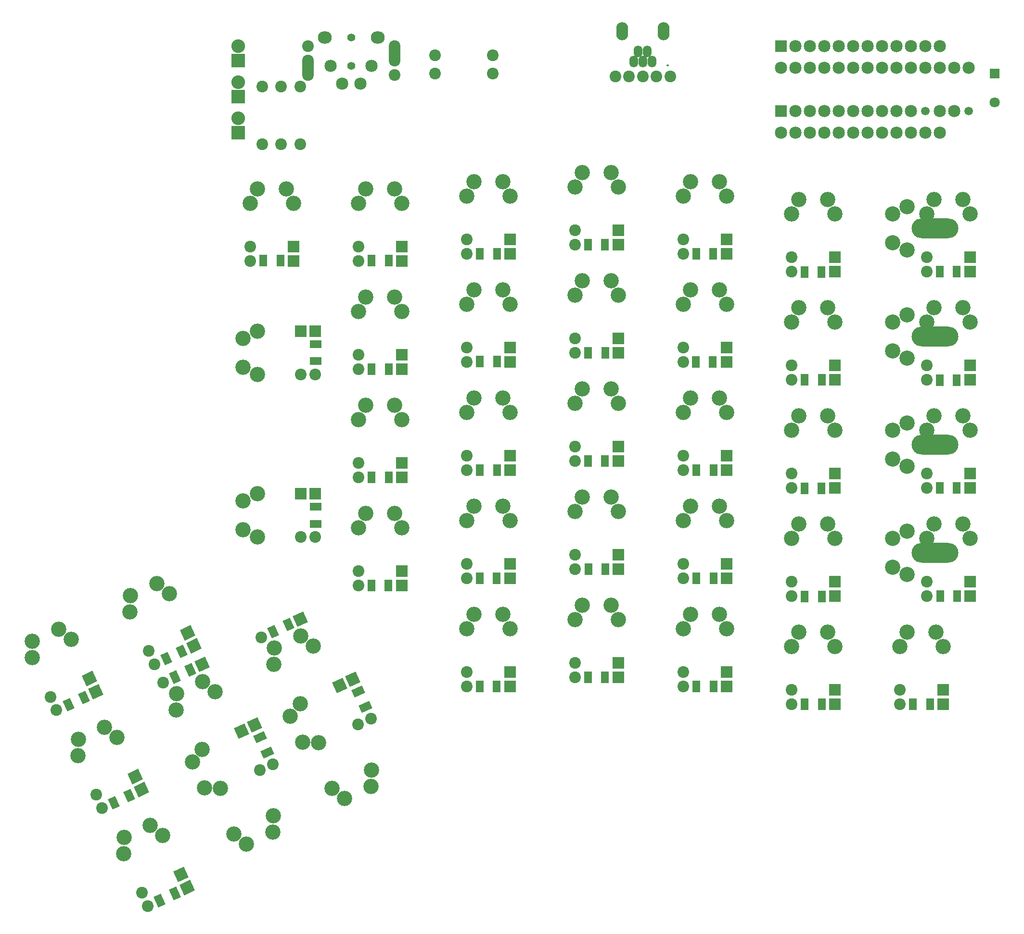
<source format=gbr>
G04 #@! TF.FileFunction,Soldermask,Top*
%FSLAX46Y46*%
G04 Gerber Fmt 4.6, Leading zero omitted, Abs format (unit mm)*
G04 Created by KiCad (PCBNEW 4.0.6) date 04/09/17 10:00:18*
%MOMM*%
%LPD*%
G01*
G04 APERTURE LIST*
%ADD10C,0.150000*%
%ADD11C,0.304800*%
%ADD12C,2.000000*%
%ADD13C,2.692400*%
%ADD14C,2.057400*%
%ADD15R,1.806400X1.806400*%
%ADD16C,1.806400*%
%ADD17O,1.549400X2.057400*%
%ADD18O,2.108200X3.200400*%
%ADD19O,2.463800X2.159000*%
%ADD20C,2.159000*%
%ADD21C,1.397000*%
%ADD22R,2.406400X2.406400*%
%ADD23C,2.406400*%
%ADD24R,2.057400X2.057400*%
%ADD25C,2.689860*%
%ADD26C,2.687320*%
%ADD27O,8.242300X3.479800*%
%ADD28R,2.159000X2.159000*%
%ADD29C,1.498600*%
%ADD30R,1.406400X2.006400*%
%ADD31R,2.006400X1.406400*%
G04 APERTURE END LIST*
D10*
D11*
X141965000Y-38265000D02*
X142065000Y-38265000D01*
D12*
X93980000Y-37465000D02*
X93980000Y-34925000D01*
X78740000Y-40005000D02*
X78740000Y-37465000D01*
D13*
X52118441Y-129541946D03*
X47436837Y-134527594D03*
X54342902Y-131307243D03*
X47514397Y-131688847D03*
D14*
X50657188Y-141433659D03*
D10*
G36*
X57065682Y-139580374D02*
X56196187Y-137715737D01*
X58060824Y-136846242D01*
X58930319Y-138710879D01*
X57065682Y-139580374D01*
X57065682Y-139580374D01*
G37*
D14*
X51730638Y-143735681D03*
D10*
G36*
X58139133Y-141882396D02*
X57269638Y-140017759D01*
X59134275Y-139148264D01*
X60003770Y-141012901D01*
X58139133Y-141882396D01*
X58139133Y-141882396D01*
G37*
D15*
X199517000Y-39751000D03*
D16*
X199517000Y-44751000D03*
D17*
X136042400Y-37553900D03*
X136842500Y-35806380D03*
X137642600Y-37553900D03*
X138442700Y-35806380D03*
X139242800Y-37553900D03*
D18*
X141290040Y-32230060D03*
X133995160Y-32230060D03*
D14*
X135229600Y-40259000D03*
X132816600Y-40259000D03*
X137642600Y-40259000D03*
X142468600Y-40259000D03*
X140055600Y-40259000D03*
D19*
X90957400Y-33375600D03*
D20*
X82702400Y-38379400D03*
X87909400Y-41478200D03*
D19*
X81661000Y-33375600D03*
D20*
X84709000Y-41478200D03*
X89916000Y-38379400D03*
D21*
X86309200Y-33375600D03*
X86309200Y-38379400D03*
D14*
X93980000Y-40005000D03*
X93980000Y-37465000D03*
X93980000Y-34925000D03*
X78740000Y-40005000D03*
X78740000Y-37465000D03*
X78740000Y-34925000D03*
D22*
X66465000Y-37465000D03*
D23*
X66465000Y-34925000D03*
D22*
X66465000Y-43765000D03*
D23*
X66465000Y-41225000D03*
D22*
X66465000Y-50165000D03*
D23*
X66465000Y-47625000D03*
D14*
X101085000Y-36465000D03*
X111245000Y-36465000D03*
X101092000Y-39751000D03*
X111252000Y-39751000D03*
X70665000Y-41985000D03*
X70665000Y-52145000D03*
X73965000Y-41985000D03*
X73965000Y-52145000D03*
X77365000Y-41985000D03*
X77365000Y-52145000D03*
D13*
X34854061Y-137591206D03*
X30172457Y-142576854D03*
X37078522Y-139356503D03*
X30250017Y-139738107D03*
D14*
X33392808Y-149482919D03*
D10*
G36*
X39801302Y-147629634D02*
X38931807Y-145764997D01*
X40796444Y-144895502D01*
X41665939Y-146760139D01*
X39801302Y-147629634D01*
X39801302Y-147629634D01*
G37*
D14*
X34466258Y-151784941D03*
D10*
G36*
X40874753Y-149931656D02*
X40005258Y-148067019D01*
X41869895Y-147197524D01*
X42739390Y-149062161D01*
X40874753Y-149931656D01*
X40874753Y-149931656D01*
G37*
D13*
X42903321Y-154855586D03*
X38221717Y-159841234D03*
X45127782Y-156620883D03*
X38299277Y-157002487D03*
D14*
X41442068Y-166747299D03*
D10*
G36*
X47850562Y-164894014D02*
X46981067Y-163029377D01*
X48845704Y-162159882D01*
X49715199Y-164024519D01*
X47850562Y-164894014D01*
X47850562Y-164894014D01*
G37*
D14*
X42515518Y-169049321D03*
D10*
G36*
X48924013Y-167196036D02*
X48054518Y-165331399D01*
X49919155Y-164461904D01*
X50788650Y-166326541D01*
X48924013Y-167196036D01*
X48924013Y-167196036D01*
G37*
D13*
X75625366Y-152910359D03*
X80611014Y-157591963D03*
X77390663Y-150685898D03*
X77772267Y-157514403D03*
D14*
X87517079Y-154371612D03*
D10*
G36*
X85663794Y-147963118D02*
X83799157Y-148832613D01*
X82929662Y-146967976D01*
X84794299Y-146098481D01*
X85663794Y-147963118D01*
X85663794Y-147963118D01*
G37*
D14*
X89819101Y-153298162D03*
D10*
G36*
X87965816Y-146889667D02*
X86101179Y-147759162D01*
X85231684Y-145894525D01*
X87096321Y-145025030D01*
X87965816Y-146889667D01*
X87965816Y-146889667D01*
G37*
D13*
X58360986Y-160962159D03*
X63346634Y-165643763D03*
X60126283Y-158737698D03*
X60507887Y-165566203D03*
D14*
X70252699Y-162423412D03*
D10*
G36*
X68399414Y-156014918D02*
X66534777Y-156884413D01*
X65665282Y-155019776D01*
X67529919Y-154150281D01*
X68399414Y-156014918D01*
X68399414Y-156014918D01*
G37*
D14*
X72554721Y-161349962D03*
D10*
G36*
X70701436Y-154941467D02*
X68836799Y-155810962D01*
X67967304Y-153946325D01*
X69831941Y-153076830D01*
X70701436Y-154941467D01*
X70701436Y-154941467D01*
G37*
D13*
X50955121Y-172122506D03*
X46273517Y-177108154D03*
X53179582Y-173887803D03*
X46351077Y-174269407D03*
D14*
X49493868Y-184014219D03*
D10*
G36*
X55902362Y-182160934D02*
X55032867Y-180296297D01*
X56897504Y-179426802D01*
X57766999Y-181291439D01*
X55902362Y-182160934D01*
X55902362Y-182160934D01*
G37*
D14*
X50567318Y-186316241D03*
D10*
G36*
X56975813Y-184462956D02*
X56106318Y-182598319D01*
X57970955Y-181728824D01*
X58840450Y-183593461D01*
X56975813Y-184462956D01*
X56975813Y-184462956D01*
G37*
D13*
X113030000Y-134947660D03*
X106680000Y-137487660D03*
X114300000Y-137487660D03*
X107950000Y-134947660D03*
D14*
X106680000Y-145107660D03*
D24*
X114300000Y-145107660D03*
D14*
X106680000Y-147647660D03*
D24*
X114300000Y-147647660D03*
D13*
X132080000Y-133350000D03*
X125730000Y-135890000D03*
X133350000Y-135890000D03*
X127000000Y-133350000D03*
D14*
X125730000Y-143510000D03*
D24*
X133350000Y-143510000D03*
D14*
X125730000Y-146050000D03*
D24*
X133350000Y-146050000D03*
D13*
X151130000Y-134947660D03*
X144780000Y-137487660D03*
X152400000Y-137487660D03*
X146050000Y-134947660D03*
D14*
X144780000Y-145107660D03*
D24*
X152400000Y-145107660D03*
D14*
X144780000Y-147647660D03*
D24*
X152400000Y-147647660D03*
D13*
X170180000Y-138122660D03*
X163830000Y-140662660D03*
X171450000Y-140662660D03*
X165100000Y-138122660D03*
D14*
X163830000Y-148282660D03*
D24*
X171450000Y-148282660D03*
D14*
X163830000Y-150822660D03*
D24*
X171450000Y-150822660D03*
D13*
X189230000Y-138122660D03*
X182880000Y-140662660D03*
X190500000Y-140662660D03*
X184150000Y-138122660D03*
D14*
X182880000Y-148282660D03*
D24*
X190500000Y-148282660D03*
D14*
X182880000Y-150822660D03*
D24*
X190500000Y-150822660D03*
D13*
X67310000Y-114945160D03*
X69850000Y-121295160D03*
X69850000Y-113675160D03*
X67310000Y-120025160D03*
D14*
X77470000Y-121295160D03*
D24*
X77470000Y-113675160D03*
D14*
X80010000Y-121295160D03*
D24*
X80010000Y-113675160D03*
D13*
X93980000Y-117167660D03*
X87630000Y-119707660D03*
X95250000Y-119707660D03*
X88900000Y-117167660D03*
D14*
X87630000Y-127327660D03*
D24*
X95250000Y-127327660D03*
D14*
X87630000Y-129867660D03*
D24*
X95250000Y-129867660D03*
D13*
X113030000Y-115897660D03*
X106680000Y-118437660D03*
X114300000Y-118437660D03*
X107950000Y-115897660D03*
D14*
X106680000Y-126057660D03*
D24*
X114300000Y-126057660D03*
D14*
X106680000Y-128597660D03*
D24*
X114300000Y-128597660D03*
D13*
X132080000Y-114300000D03*
X125730000Y-116840000D03*
X133350000Y-116840000D03*
X127000000Y-114300000D03*
D14*
X125730000Y-124460000D03*
D24*
X133350000Y-124460000D03*
D14*
X125730000Y-127000000D03*
D24*
X133350000Y-127000000D03*
D13*
X151130000Y-115897660D03*
X144780000Y-118437660D03*
X152400000Y-118437660D03*
X146050000Y-115897660D03*
D14*
X144780000Y-126057660D03*
D24*
X152400000Y-126057660D03*
D14*
X144780000Y-128597660D03*
D24*
X152400000Y-128597660D03*
D13*
X170180000Y-119072660D03*
X163830000Y-121612660D03*
X171450000Y-121612660D03*
X165100000Y-119072660D03*
D14*
X163830000Y-129232660D03*
D24*
X171450000Y-129232660D03*
D14*
X163830000Y-131772660D03*
D24*
X171450000Y-131772660D03*
D13*
X93980000Y-98117660D03*
X87630000Y-100657660D03*
X95250000Y-100657660D03*
X88900000Y-98117660D03*
D14*
X87630000Y-108277660D03*
D24*
X95250000Y-108277660D03*
D14*
X87630000Y-110817660D03*
D24*
X95250000Y-110817660D03*
D13*
X113030000Y-96847660D03*
X106680000Y-99387660D03*
X114300000Y-99387660D03*
X107950000Y-96847660D03*
D14*
X106680000Y-107007660D03*
D24*
X114300000Y-107007660D03*
D14*
X106680000Y-109547660D03*
D24*
X114300000Y-109547660D03*
D13*
X132080000Y-95250000D03*
X125730000Y-97790000D03*
X133350000Y-97790000D03*
X127000000Y-95250000D03*
D14*
X125730000Y-105410000D03*
D24*
X133350000Y-105410000D03*
D14*
X125730000Y-107950000D03*
D24*
X133350000Y-107950000D03*
D13*
X151130000Y-96847660D03*
X144780000Y-99387660D03*
X152400000Y-99387660D03*
X146050000Y-96847660D03*
D14*
X144780000Y-107007660D03*
D24*
X152400000Y-107007660D03*
D14*
X144780000Y-109547660D03*
D24*
X152400000Y-109547660D03*
D13*
X170180000Y-100022660D03*
X163830000Y-102562660D03*
X171450000Y-102562660D03*
X165100000Y-100022660D03*
D14*
X163830000Y-110182660D03*
D24*
X171450000Y-110182660D03*
D14*
X163830000Y-112722660D03*
D24*
X171450000Y-112722660D03*
D13*
X67310000Y-86370160D03*
X69850000Y-92720160D03*
X69850000Y-85100160D03*
X67310000Y-91450160D03*
D14*
X77470000Y-92720160D03*
D24*
X77470000Y-85100160D03*
D14*
X80010000Y-92720160D03*
D24*
X80010000Y-85100160D03*
D13*
X93980000Y-79067660D03*
X87630000Y-81607660D03*
X95250000Y-81607660D03*
X88900000Y-79067660D03*
D14*
X87630000Y-89227660D03*
D24*
X95250000Y-89227660D03*
D14*
X87630000Y-91767660D03*
D24*
X95250000Y-91767660D03*
D13*
X113030000Y-77797660D03*
X106680000Y-80337660D03*
X114300000Y-80337660D03*
X107950000Y-77797660D03*
D14*
X106680000Y-87957660D03*
D24*
X114300000Y-87957660D03*
D14*
X106680000Y-90497660D03*
D24*
X114300000Y-90497660D03*
D13*
X132080000Y-76200000D03*
X125730000Y-78740000D03*
X133350000Y-78740000D03*
X127000000Y-76200000D03*
D14*
X125730000Y-86360000D03*
D24*
X133350000Y-86360000D03*
D14*
X125730000Y-88900000D03*
D24*
X133350000Y-88900000D03*
D13*
X151130000Y-77797660D03*
X144780000Y-80337660D03*
X152400000Y-80337660D03*
X146050000Y-77797660D03*
D14*
X144780000Y-87957660D03*
D24*
X152400000Y-87957660D03*
D14*
X144780000Y-90497660D03*
D24*
X152400000Y-90497660D03*
D13*
X170180000Y-80972660D03*
X163830000Y-83512660D03*
X171450000Y-83512660D03*
X165100000Y-80972660D03*
D14*
X163830000Y-91132660D03*
D24*
X171450000Y-91132660D03*
D14*
X163830000Y-93672660D03*
D24*
X171450000Y-93672660D03*
D13*
X193992500Y-80972660D03*
X187642500Y-83512660D03*
D25*
X195262500Y-83512660D03*
D13*
X188912500Y-80972660D03*
D14*
X187642500Y-91132660D03*
D24*
X195262500Y-91132660D03*
D14*
X187642500Y-93672660D03*
D24*
X195262500Y-93672660D03*
D26*
X181610000Y-83512660D03*
X184150000Y-82242660D03*
X184150000Y-89862660D03*
X181610000Y-88592660D03*
D27*
X189069980Y-86052660D03*
D13*
X74930000Y-60020200D03*
X68580000Y-62560200D03*
X76200000Y-62560200D03*
X69850000Y-60020200D03*
D14*
X68580000Y-70180200D03*
D24*
X76200000Y-70180200D03*
D14*
X68580000Y-72720200D03*
D24*
X76200000Y-72720200D03*
D13*
X93980000Y-60020200D03*
X87630000Y-62560200D03*
X95250000Y-62560200D03*
X88900000Y-60020200D03*
D14*
X87630000Y-70180200D03*
D24*
X95250000Y-70180200D03*
D14*
X87630000Y-72720200D03*
D24*
X95250000Y-72720200D03*
D13*
X113030000Y-58747660D03*
X106680000Y-61287660D03*
X114300000Y-61287660D03*
X107950000Y-58747660D03*
D14*
X106680000Y-68907660D03*
D24*
X114300000Y-68907660D03*
D14*
X106680000Y-71447660D03*
D24*
X114300000Y-71447660D03*
D13*
X132080000Y-57150000D03*
X125730000Y-59690000D03*
X133350000Y-59690000D03*
X127000000Y-57150000D03*
D14*
X125730000Y-67310000D03*
D24*
X133350000Y-67310000D03*
D14*
X125730000Y-69850000D03*
D24*
X133350000Y-69850000D03*
D13*
X151130000Y-58747660D03*
X144780000Y-61287660D03*
X152400000Y-61287660D03*
X146050000Y-58747660D03*
D14*
X144780000Y-68907660D03*
D24*
X152400000Y-68907660D03*
D14*
X144780000Y-71447660D03*
D24*
X152400000Y-71447660D03*
D13*
X170180000Y-61925200D03*
X163830000Y-64465200D03*
X171450000Y-64465200D03*
X165100000Y-61925200D03*
D14*
X163830000Y-72085200D03*
D24*
X171450000Y-72085200D03*
D14*
X163830000Y-74625200D03*
D24*
X171450000Y-74625200D03*
D13*
X193992500Y-61925200D03*
X187642500Y-64465200D03*
D25*
X195262500Y-64465200D03*
D13*
X188912500Y-61925200D03*
D14*
X187642500Y-72085200D03*
D24*
X195262500Y-72085200D03*
D14*
X187642500Y-74625200D03*
D24*
X195262500Y-74625200D03*
D26*
X181610000Y-64465200D03*
X184150000Y-63195200D03*
X184150000Y-70815200D03*
X181610000Y-69545200D03*
D27*
X189069980Y-67005200D03*
D13*
X85176179Y-167376434D03*
X89857783Y-162390786D03*
X82951718Y-165611137D03*
X89780223Y-165229533D03*
X67909259Y-175425694D03*
X72590863Y-170440046D03*
X65684798Y-173660397D03*
X72513303Y-173278793D03*
D28*
X161925000Y-34925000D03*
D20*
X164465000Y-34925000D03*
X167005000Y-34925000D03*
X169545000Y-34925000D03*
X172085000Y-34925000D03*
X174625000Y-34925000D03*
X177165000Y-34925000D03*
X179705000Y-34925000D03*
X182245000Y-34925000D03*
X184785000Y-34925000D03*
X187325000Y-34925000D03*
X189865000Y-34925000D03*
X189865000Y-50165000D03*
X187325000Y-50165000D03*
X184785000Y-50165000D03*
X182245000Y-50165000D03*
X179705000Y-50165000D03*
X177165000Y-50165000D03*
X174625000Y-50165000D03*
X167005000Y-50165000D03*
X164465000Y-50165000D03*
X161925000Y-50165000D03*
X172085000Y-50165000D03*
X169545000Y-50165000D03*
X164450000Y-46330000D03*
X166990000Y-46330000D03*
X169530000Y-46330000D03*
X172070000Y-46330000D03*
X174610000Y-46330000D03*
X177150000Y-46330000D03*
X179690000Y-46330000D03*
X182230000Y-46330000D03*
X184770000Y-46330000D03*
D29*
X187310000Y-46330000D03*
D20*
X189850000Y-46330000D03*
X192390000Y-46330000D03*
D29*
X194930000Y-46330000D03*
D28*
X161910000Y-46330000D03*
D20*
X194930000Y-38710000D03*
X192390000Y-38710000D03*
X189850000Y-38710000D03*
X187310000Y-38710000D03*
X184770000Y-38710000D03*
X182230000Y-38710000D03*
X179690000Y-38710000D03*
X177150000Y-38710000D03*
X174610000Y-38710000D03*
X172070000Y-38710000D03*
X169530000Y-38710000D03*
X166990000Y-38710000D03*
X164450000Y-38710000D03*
X161910000Y-38710000D03*
D13*
X60170241Y-146806326D03*
X55488637Y-151791974D03*
X62394702Y-148571623D03*
X55566197Y-148953227D03*
X77434621Y-138754526D03*
X72753017Y-143740174D03*
X79659082Y-140519823D03*
X72830577Y-140901427D03*
X193992500Y-119072660D03*
X187642500Y-121612660D03*
D25*
X195262500Y-121612660D03*
D13*
X188912500Y-119072660D03*
D14*
X187642500Y-129232660D03*
D24*
X195262500Y-129232660D03*
D14*
X187642500Y-131772660D03*
D24*
X195262500Y-131772660D03*
D26*
X181610000Y-121612660D03*
X184150000Y-120342660D03*
X184150000Y-127962660D03*
X181610000Y-126692660D03*
D27*
X189069980Y-124152660D03*
D13*
X193992500Y-100022660D03*
X187642500Y-102562660D03*
D25*
X195262500Y-102562660D03*
D13*
X188912500Y-100022660D03*
D14*
X187642500Y-110182660D03*
D24*
X195262500Y-110182660D03*
D14*
X187642500Y-112722660D03*
D24*
X195262500Y-112722660D03*
D26*
X181610000Y-102562660D03*
X184150000Y-101292660D03*
X184150000Y-108912660D03*
X181610000Y-107642660D03*
D27*
X189069980Y-105102660D03*
D30*
X70864600Y-72669400D03*
X73864600Y-72669400D03*
D31*
X80035400Y-90374600D03*
X80035400Y-87374600D03*
X80035400Y-119025800D03*
X80035400Y-116025800D03*
D10*
G36*
X55094593Y-147204520D02*
X54246652Y-145386104D01*
X55521283Y-144791734D01*
X56369224Y-146610150D01*
X55094593Y-147204520D01*
X55094593Y-147204520D01*
G37*
G36*
X57813517Y-145936666D02*
X56965576Y-144118250D01*
X58240207Y-143523880D01*
X59088148Y-145342296D01*
X57813517Y-145936666D01*
X57813517Y-145936666D01*
G37*
G36*
X36400193Y-152081320D02*
X35552252Y-150262904D01*
X36826883Y-149668534D01*
X37674824Y-151486950D01*
X36400193Y-152081320D01*
X36400193Y-152081320D01*
G37*
G36*
X39119117Y-150813466D02*
X38271176Y-148995050D01*
X39545807Y-148400680D01*
X40393748Y-150219096D01*
X39119117Y-150813466D01*
X39119117Y-150813466D01*
G37*
D30*
X89914600Y-72669400D03*
X92914600Y-72669400D03*
X89914600Y-91770200D03*
X92914600Y-91770200D03*
X89914600Y-110871000D03*
X92914600Y-110871000D03*
X89863800Y-129870200D03*
X92863800Y-129870200D03*
D10*
G36*
X72366593Y-139228920D02*
X71518652Y-137410504D01*
X72793283Y-136816134D01*
X73641224Y-138634550D01*
X72366593Y-139228920D01*
X72366593Y-139228920D01*
G37*
G36*
X75085517Y-137961066D02*
X74237576Y-136142650D01*
X75512207Y-135548280D01*
X76360148Y-137366696D01*
X75085517Y-137961066D01*
X75085517Y-137961066D01*
G37*
G36*
X53570593Y-143953320D02*
X52722652Y-142134904D01*
X53997283Y-141540534D01*
X54845224Y-143358950D01*
X53570593Y-143953320D01*
X53570593Y-143953320D01*
G37*
G36*
X56289517Y-142685466D02*
X55441576Y-140867050D01*
X56716207Y-140272680D01*
X57564148Y-142091096D01*
X56289517Y-142685466D01*
X56289517Y-142685466D01*
G37*
D30*
X108964600Y-71450200D03*
X111964600Y-71450200D03*
X108964600Y-90449400D03*
X111964600Y-90449400D03*
X108964600Y-109550200D03*
X111964600Y-109550200D03*
X108913800Y-128600200D03*
X111913800Y-128600200D03*
X108913800Y-147650200D03*
X111913800Y-147650200D03*
D10*
G36*
X44375793Y-169353320D02*
X43527852Y-167534904D01*
X44802483Y-166940534D01*
X45650424Y-168758950D01*
X44375793Y-169353320D01*
X44375793Y-169353320D01*
G37*
G36*
X47094717Y-168085466D02*
X46246776Y-166267050D01*
X47521407Y-165672680D01*
X48369348Y-167491096D01*
X47094717Y-168085466D01*
X47094717Y-168085466D01*
G37*
D30*
X127963800Y-69824600D03*
X130963800Y-69824600D03*
X128014600Y-88925400D03*
X131014600Y-88925400D03*
X127963800Y-107975400D03*
X130963800Y-107975400D03*
X128065400Y-126974600D03*
X131065400Y-126974600D03*
X127963800Y-146075400D03*
X130963800Y-146075400D03*
D10*
G36*
X90054520Y-151509007D02*
X88236104Y-152356948D01*
X87641734Y-151082317D01*
X89460150Y-150234376D01*
X90054520Y-151509007D01*
X90054520Y-151509007D01*
G37*
G36*
X88786666Y-148790083D02*
X86968250Y-149638024D01*
X86373880Y-148363393D01*
X88192296Y-147515452D01*
X88786666Y-148790083D01*
X88786666Y-148790083D01*
G37*
D30*
X147013800Y-71450200D03*
X150013800Y-71450200D03*
X146963000Y-90500200D03*
X149963000Y-90500200D03*
X147064600Y-109550200D03*
X150064600Y-109550200D03*
X147064600Y-128600200D03*
X150064600Y-128600200D03*
X147064600Y-147650200D03*
X150064600Y-147650200D03*
D10*
G36*
X72782520Y-159535407D02*
X70964104Y-160383348D01*
X70369734Y-159108717D01*
X72188150Y-158260776D01*
X72782520Y-159535407D01*
X72782520Y-159535407D01*
G37*
G36*
X71514666Y-156816483D02*
X69696250Y-157664424D01*
X69101880Y-156389793D01*
X70920296Y-155541852D01*
X71514666Y-156816483D01*
X71514666Y-156816483D01*
G37*
D30*
X166063800Y-74650600D03*
X169063800Y-74650600D03*
X166114600Y-93649800D03*
X169114600Y-93649800D03*
X166063800Y-112750600D03*
X169063800Y-112750600D03*
X166114600Y-131800600D03*
X169114600Y-131800600D03*
X166114600Y-150799800D03*
X169114600Y-150799800D03*
D10*
G36*
X52402193Y-186574520D02*
X51554252Y-184756104D01*
X52828883Y-184161734D01*
X53676824Y-185980150D01*
X52402193Y-186574520D01*
X52402193Y-186574520D01*
G37*
G36*
X55121117Y-185306666D02*
X54273176Y-183488250D01*
X55547807Y-182893880D01*
X56395748Y-184712296D01*
X55121117Y-185306666D01*
X55121117Y-185306666D01*
G37*
D30*
X189889000Y-74599800D03*
X192889000Y-74599800D03*
X189889000Y-93700600D03*
X192889000Y-93700600D03*
X189889000Y-112699800D03*
X192889000Y-112699800D03*
X189939800Y-131749800D03*
X192939800Y-131749800D03*
X185164600Y-150799800D03*
X188164600Y-150799800D03*
D14*
X53214367Y-146974376D03*
D10*
G36*
X59622862Y-145121090D02*
X58753367Y-143256453D01*
X60618004Y-142386958D01*
X61487499Y-144251595D01*
X59622862Y-145121090D01*
X59622862Y-145121090D01*
G37*
D14*
X70486367Y-138998776D03*
D10*
G36*
X76894862Y-137145490D02*
X76025367Y-135280853D01*
X77890004Y-134411358D01*
X78759499Y-136275995D01*
X76894862Y-137145490D01*
X76894862Y-137145490D01*
G37*
M02*

</source>
